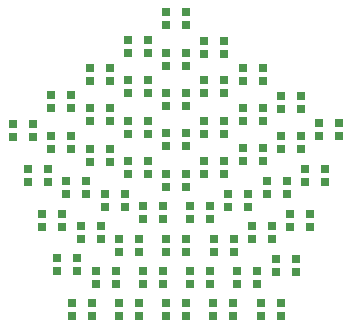
<source format=gbr>
%TF.GenerationSoftware,KiCad,Pcbnew,(5.1.9-0-10_14)*%
%TF.CreationDate,2021-12-13T14:59:41-05:00*%
%TF.ProjectId,dodecahedron_n4,646f6465-6361-4686-9564-726f6e5f6e34,rev?*%
%TF.SameCoordinates,Original*%
%TF.FileFunction,Paste,Top*%
%TF.FilePolarity,Positive*%
%FSLAX46Y46*%
G04 Gerber Fmt 4.6, Leading zero omitted, Abs format (unit mm)*
G04 Created by KiCad (PCBNEW (5.1.9-0-10_14)) date 2021-12-13 14:59:41*
%MOMM*%
%LPD*%
G01*
G04 APERTURE LIST*
%ADD10R,0.800000X0.700000*%
G04 APERTURE END LIST*
D10*
%TO.C,D3*%
X84670000Y-57065000D03*
X82970000Y-57065000D03*
X84670000Y-55965000D03*
X82970000Y-55965000D03*
%TD*%
%TO.C,D11*%
X92671000Y-62526000D03*
X90971000Y-62526000D03*
X92671000Y-61426000D03*
X90971000Y-61426000D03*
%TD*%
%TO.C,D14*%
X91147000Y-49381500D03*
X89447000Y-49381500D03*
X91147000Y-48281500D03*
X89447000Y-48281500D03*
%TD*%
%TO.C,D51*%
X74969000Y-61426000D03*
X76669000Y-61426000D03*
X74969000Y-62526000D03*
X76669000Y-62526000D03*
%TD*%
%TO.C,D50*%
X73762500Y-57616000D03*
X75462500Y-57616000D03*
X73762500Y-58716000D03*
X75462500Y-58716000D03*
%TD*%
%TO.C,D49*%
X72492500Y-53869500D03*
X74192500Y-53869500D03*
X72492500Y-54969500D03*
X74192500Y-54969500D03*
%TD*%
%TO.C,D48*%
X71286000Y-50059500D03*
X72986000Y-50059500D03*
X71286000Y-51159500D03*
X72986000Y-51159500D03*
%TD*%
%TO.C,D47*%
X77001000Y-58695500D03*
X78701000Y-58695500D03*
X77001000Y-59795500D03*
X78701000Y-59795500D03*
%TD*%
%TO.C,D46*%
X75731000Y-54885500D03*
X77431000Y-54885500D03*
X75731000Y-55985500D03*
X77431000Y-55985500D03*
%TD*%
%TO.C,D45*%
X74524500Y-51075500D03*
X76224500Y-51075500D03*
X74524500Y-52175500D03*
X76224500Y-52175500D03*
%TD*%
%TO.C,D44*%
X78969500Y-55965000D03*
X80669500Y-55965000D03*
X78969500Y-57065000D03*
X80669500Y-57065000D03*
%TD*%
%TO.C,D43*%
X77763000Y-52155000D03*
X79463000Y-52155000D03*
X77763000Y-53255000D03*
X79463000Y-53255000D03*
%TD*%
%TO.C,D42*%
X81001500Y-53171000D03*
X82701500Y-53171000D03*
X81001500Y-54271000D03*
X82701500Y-54271000D03*
%TD*%
%TO.C,D41*%
X70016000Y-46249500D03*
X71716000Y-46249500D03*
X70016000Y-47349500D03*
X71716000Y-47349500D03*
%TD*%
%TO.C,D40*%
X73254500Y-43836500D03*
X74954500Y-43836500D03*
X73254500Y-44936500D03*
X74954500Y-44936500D03*
%TD*%
%TO.C,D39*%
X76493000Y-41487000D03*
X78193000Y-41487000D03*
X76493000Y-42587000D03*
X78193000Y-42587000D03*
%TD*%
%TO.C,D38*%
X79731500Y-39137500D03*
X81431500Y-39137500D03*
X79731500Y-40237500D03*
X81431500Y-40237500D03*
%TD*%
%TO.C,D37*%
X73254500Y-47265500D03*
X74954500Y-47265500D03*
X73254500Y-48365500D03*
X74954500Y-48365500D03*
%TD*%
%TO.C,D36*%
X76493000Y-44916000D03*
X78193000Y-44916000D03*
X76493000Y-46016000D03*
X78193000Y-46016000D03*
%TD*%
%TO.C,D35*%
X79731500Y-42566500D03*
X81431500Y-42566500D03*
X79731500Y-43666500D03*
X81431500Y-43666500D03*
%TD*%
%TO.C,D34*%
X78193000Y-49445000D03*
X76493000Y-49445000D03*
X78193000Y-48345000D03*
X76493000Y-48345000D03*
%TD*%
%TO.C,D33*%
X81431500Y-47095500D03*
X79731500Y-47095500D03*
X81431500Y-45995500D03*
X79731500Y-45995500D03*
%TD*%
%TO.C,D32*%
X79731500Y-49361000D03*
X81431500Y-49361000D03*
X79731500Y-50461000D03*
X81431500Y-50461000D03*
%TD*%
%TO.C,D31*%
X82970000Y-36788000D03*
X84670000Y-36788000D03*
X82970000Y-37888000D03*
X84670000Y-37888000D03*
%TD*%
%TO.C,D30*%
X86208500Y-39201000D03*
X87908500Y-39201000D03*
X86208500Y-40301000D03*
X87908500Y-40301000D03*
%TD*%
%TO.C,D29*%
X89447000Y-41487000D03*
X91147000Y-41487000D03*
X89447000Y-42587000D03*
X91147000Y-42587000D03*
%TD*%
%TO.C,D28*%
X92685500Y-43900000D03*
X94385500Y-43900000D03*
X92685500Y-45000000D03*
X94385500Y-45000000D03*
%TD*%
%TO.C,D27*%
X82970000Y-40217000D03*
X84670000Y-40217000D03*
X82970000Y-41317000D03*
X84670000Y-41317000D03*
%TD*%
%TO.C,D26*%
X87908500Y-43666500D03*
X86208500Y-43666500D03*
X87908500Y-42566500D03*
X86208500Y-42566500D03*
%TD*%
%TO.C,D25*%
X91147000Y-46016000D03*
X89447000Y-46016000D03*
X91147000Y-44916000D03*
X89447000Y-44916000D03*
%TD*%
%TO.C,D24*%
X84670000Y-44746000D03*
X82970000Y-44746000D03*
X84670000Y-43646000D03*
X82970000Y-43646000D03*
%TD*%
%TO.C,D23*%
X87908500Y-47095500D03*
X86208500Y-47095500D03*
X87908500Y-45995500D03*
X86208500Y-45995500D03*
%TD*%
%TO.C,D22*%
X82970000Y-47011500D03*
X84670000Y-47011500D03*
X82970000Y-48111500D03*
X84670000Y-48111500D03*
%TD*%
%TO.C,D21*%
X95924000Y-46186000D03*
X97624000Y-46186000D03*
X95924000Y-47286000D03*
X97624000Y-47286000D03*
%TD*%
%TO.C,D20*%
X94717500Y-50059500D03*
X96417500Y-50059500D03*
X94717500Y-51159500D03*
X96417500Y-51159500D03*
%TD*%
%TO.C,D19*%
X95147500Y-54969500D03*
X93447500Y-54969500D03*
X95147500Y-53869500D03*
X93447500Y-53869500D03*
%TD*%
%TO.C,D18*%
X92241000Y-57679500D03*
X93941000Y-57679500D03*
X92241000Y-58779500D03*
X93941000Y-58779500D03*
%TD*%
%TO.C,D17*%
X94385500Y-48365500D03*
X92685500Y-48365500D03*
X94385500Y-47265500D03*
X92685500Y-47265500D03*
%TD*%
%TO.C,D16*%
X93179000Y-52175500D03*
X91479000Y-52175500D03*
X93179000Y-51075500D03*
X91479000Y-51075500D03*
%TD*%
%TO.C,D15*%
X91909000Y-55985500D03*
X90209000Y-55985500D03*
X91909000Y-54885500D03*
X90209000Y-54885500D03*
%TD*%
%TO.C,D13*%
X89940500Y-53255000D03*
X88240500Y-53255000D03*
X89940500Y-52155000D03*
X88240500Y-52155000D03*
%TD*%
%TO.C,D12*%
X87908500Y-50524500D03*
X86208500Y-50524500D03*
X87908500Y-49424500D03*
X86208500Y-49424500D03*
%TD*%
%TO.C,D10*%
X88670500Y-62526000D03*
X86970500Y-62526000D03*
X88670500Y-61426000D03*
X86970500Y-61426000D03*
%TD*%
%TO.C,D9*%
X82970000Y-61426000D03*
X84670000Y-61426000D03*
X82970000Y-62526000D03*
X84670000Y-62526000D03*
%TD*%
%TO.C,D8*%
X78969500Y-61426000D03*
X80669500Y-61426000D03*
X78969500Y-62526000D03*
X80669500Y-62526000D03*
%TD*%
%TO.C,D7*%
X89002500Y-58695500D03*
X90702500Y-58695500D03*
X89002500Y-59795500D03*
X90702500Y-59795500D03*
%TD*%
%TO.C,D6*%
X85002000Y-58695500D03*
X86702000Y-58695500D03*
X85002000Y-59795500D03*
X86702000Y-59795500D03*
%TD*%
%TO.C,D5*%
X81026000Y-58717000D03*
X82726000Y-58717000D03*
X81026000Y-59817000D03*
X82726000Y-59817000D03*
%TD*%
%TO.C,D4*%
X87034000Y-55965000D03*
X88734000Y-55965000D03*
X87034000Y-57065000D03*
X88734000Y-57065000D03*
%TD*%
%TO.C,D2*%
X85002000Y-53171000D03*
X86702000Y-53171000D03*
X85002000Y-54271000D03*
X86702000Y-54271000D03*
%TD*%
%TO.C,D1*%
X84670000Y-51604000D03*
X82970000Y-51604000D03*
X84670000Y-50504000D03*
X82970000Y-50504000D03*
%TD*%
M02*

</source>
